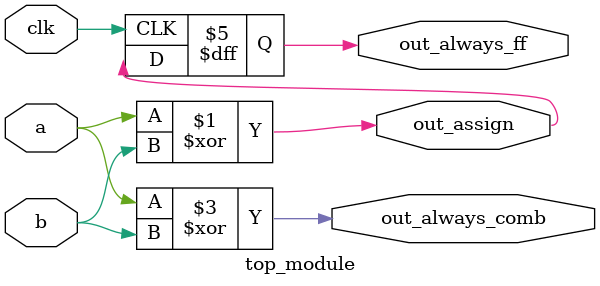
<source format=sv>
module top_module(
    input clk,
    input a,
    input b,
    output out_assign,
    output reg out_always_comb,
    output reg out_always_ff
);
	assign out_assign = a ^ b;

	always @ (a, b)
	begin
		out_always_comb = a ^ b;
	end

	always @(posedge clk)
	begin
		out_always_ff <= out_assign;
	end

endmodule

</source>
